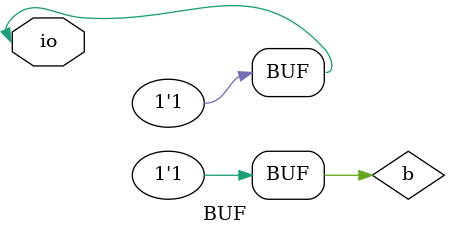
<source format=sv>
`timescale 1ns/1ns
module test;
    reg in;
    wire io;
    assign io = in;
    SUB I0(io);
    initial begin
        $sdf_annotate("test.sdf");
    end
    initial begin
        // in = 0;
        #100;
        in = 1;
        #100;
        in = 1'bz;
        #100;
        in = 1'bx;
        #100;
        $finish;
    end
    always @(io) begin
        $display($realtime, " io=%b", io);
    end
endmodule

`celldefine
module SUB(io);
    inout io;
    BUF I0(io);
    always @(io) begin
        $display($realtime, "test.I0.io=%b", io);
    end
endmodule

module BUF(io);
    inout io;
    wire b;
    buf(io, b);
    assign #5 b = 1'b1;

    always @(io) begin
        $display($realtime, "test.I0.I0.io=%b", io);
    end
endmodule
`endcelldefine
</source>
